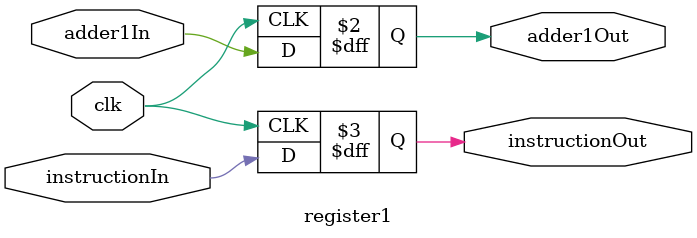
<source format=v>
`timescale 1ns / 1ps
module register1(
	input clk, 
	input adder1In, 
	input instructionIn, 
	output reg adder1Out, 
	output reg instructionOut
    );
	 
	 always@(posedge clk)
		begin
			adder1Out <= adder1In;
			instructionOut <= instructionIn;
		end

endmodule

</source>
